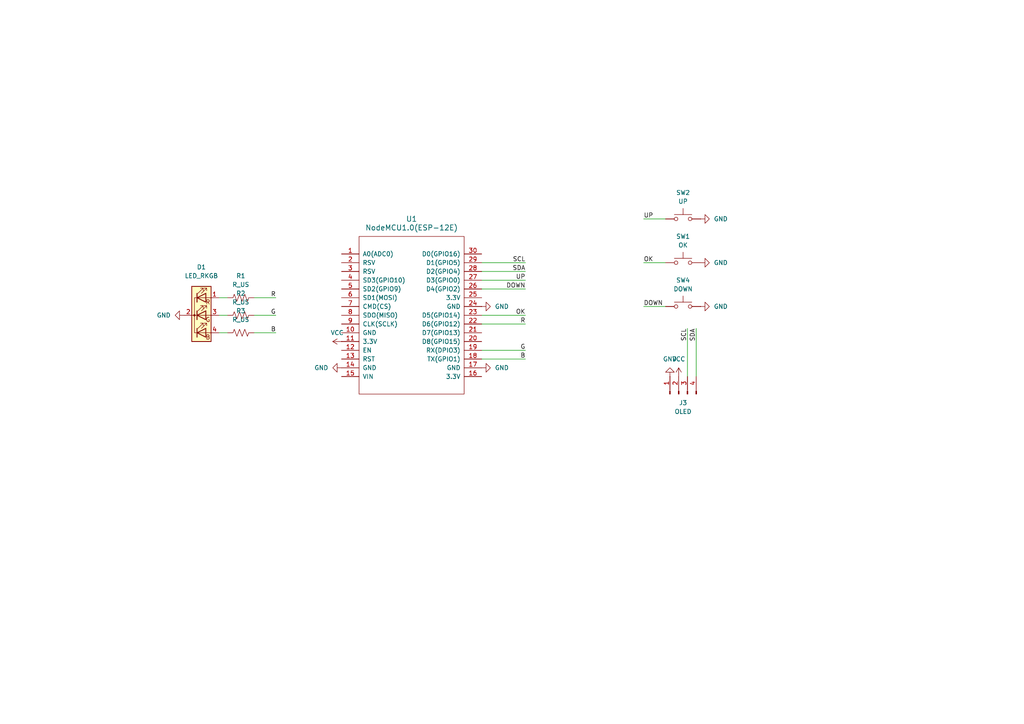
<source format=kicad_sch>
(kicad_sch
	(version 20250114)
	(generator "eeschema")
	(generator_version "9.0")
	(uuid "fd0691ed-0b20-4867-942e-89708d182380")
	(paper "A4")
	(lib_symbols
		(symbol "Connector:Conn_01x04_Pin"
			(pin_names
				(offset 1.016)
				(hide yes)
			)
			(exclude_from_sim no)
			(in_bom yes)
			(on_board yes)
			(property "Reference" "J"
				(at 0 5.08 0)
				(effects
					(font
						(size 1.27 1.27)
					)
				)
			)
			(property "Value" "Conn_01x04_Pin"
				(at 0 -7.62 0)
				(effects
					(font
						(size 1.27 1.27)
					)
				)
			)
			(property "Footprint" ""
				(at 0 0 0)
				(effects
					(font
						(size 1.27 1.27)
					)
					(hide yes)
				)
			)
			(property "Datasheet" "~"
				(at 0 0 0)
				(effects
					(font
						(size 1.27 1.27)
					)
					(hide yes)
				)
			)
			(property "Description" "Generic connector, single row, 01x04, script generated"
				(at 0 0 0)
				(effects
					(font
						(size 1.27 1.27)
					)
					(hide yes)
				)
			)
			(property "ki_locked" ""
				(at 0 0 0)
				(effects
					(font
						(size 1.27 1.27)
					)
				)
			)
			(property "ki_keywords" "connector"
				(at 0 0 0)
				(effects
					(font
						(size 1.27 1.27)
					)
					(hide yes)
				)
			)
			(property "ki_fp_filters" "Connector*:*_1x??_*"
				(at 0 0 0)
				(effects
					(font
						(size 1.27 1.27)
					)
					(hide yes)
				)
			)
			(symbol "Conn_01x04_Pin_1_1"
				(rectangle
					(start 0.8636 2.667)
					(end 0 2.413)
					(stroke
						(width 0.1524)
						(type default)
					)
					(fill
						(type outline)
					)
				)
				(rectangle
					(start 0.8636 0.127)
					(end 0 -0.127)
					(stroke
						(width 0.1524)
						(type default)
					)
					(fill
						(type outline)
					)
				)
				(rectangle
					(start 0.8636 -2.413)
					(end 0 -2.667)
					(stroke
						(width 0.1524)
						(type default)
					)
					(fill
						(type outline)
					)
				)
				(rectangle
					(start 0.8636 -4.953)
					(end 0 -5.207)
					(stroke
						(width 0.1524)
						(type default)
					)
					(fill
						(type outline)
					)
				)
				(polyline
					(pts
						(xy 1.27 2.54) (xy 0.8636 2.54)
					)
					(stroke
						(width 0.1524)
						(type default)
					)
					(fill
						(type none)
					)
				)
				(polyline
					(pts
						(xy 1.27 0) (xy 0.8636 0)
					)
					(stroke
						(width 0.1524)
						(type default)
					)
					(fill
						(type none)
					)
				)
				(polyline
					(pts
						(xy 1.27 -2.54) (xy 0.8636 -2.54)
					)
					(stroke
						(width 0.1524)
						(type default)
					)
					(fill
						(type none)
					)
				)
				(polyline
					(pts
						(xy 1.27 -5.08) (xy 0.8636 -5.08)
					)
					(stroke
						(width 0.1524)
						(type default)
					)
					(fill
						(type none)
					)
				)
				(pin passive line
					(at 5.08 2.54 180)
					(length 3.81)
					(name "Pin_1"
						(effects
							(font
								(size 1.27 1.27)
							)
						)
					)
					(number "1"
						(effects
							(font
								(size 1.27 1.27)
							)
						)
					)
				)
				(pin passive line
					(at 5.08 0 180)
					(length 3.81)
					(name "Pin_2"
						(effects
							(font
								(size 1.27 1.27)
							)
						)
					)
					(number "2"
						(effects
							(font
								(size 1.27 1.27)
							)
						)
					)
				)
				(pin passive line
					(at 5.08 -2.54 180)
					(length 3.81)
					(name "Pin_3"
						(effects
							(font
								(size 1.27 1.27)
							)
						)
					)
					(number "3"
						(effects
							(font
								(size 1.27 1.27)
							)
						)
					)
				)
				(pin passive line
					(at 5.08 -5.08 180)
					(length 3.81)
					(name "Pin_4"
						(effects
							(font
								(size 1.27 1.27)
							)
						)
					)
					(number "4"
						(effects
							(font
								(size 1.27 1.27)
							)
						)
					)
				)
			)
			(embedded_fonts no)
		)
		(symbol "Device:LED_RKGB"
			(pin_names
				(offset 0)
				(hide yes)
			)
			(exclude_from_sim no)
			(in_bom yes)
			(on_board yes)
			(property "Reference" "D"
				(at 0 9.398 0)
				(effects
					(font
						(size 1.27 1.27)
					)
				)
			)
			(property "Value" "LED_RKGB"
				(at 0 -8.89 0)
				(effects
					(font
						(size 1.27 1.27)
					)
				)
			)
			(property "Footprint" ""
				(at 0 -1.27 0)
				(effects
					(font
						(size 1.27 1.27)
					)
					(hide yes)
				)
			)
			(property "Datasheet" "~"
				(at 0 -1.27 0)
				(effects
					(font
						(size 1.27 1.27)
					)
					(hide yes)
				)
			)
			(property "Description" "RGB LED, red/cathode/green/blue"
				(at 0 0 0)
				(effects
					(font
						(size 1.27 1.27)
					)
					(hide yes)
				)
			)
			(property "ki_keywords" "LED RGB diode"
				(at 0 0 0)
				(effects
					(font
						(size 1.27 1.27)
					)
					(hide yes)
				)
			)
			(property "ki_fp_filters" "LED* LED_SMD:* LED_THT:*"
				(at 0 0 0)
				(effects
					(font
						(size 1.27 1.27)
					)
					(hide yes)
				)
			)
			(symbol "LED_RKGB_0_0"
				(text "R"
					(at 1.905 3.81 0)
					(effects
						(font
							(size 1.27 1.27)
						)
					)
				)
				(text "G"
					(at 1.905 -1.27 0)
					(effects
						(font
							(size 1.27 1.27)
						)
					)
				)
				(text "B"
					(at 1.905 -6.35 0)
					(effects
						(font
							(size 1.27 1.27)
						)
					)
				)
			)
			(symbol "LED_RKGB_0_1"
				(circle
					(center -2.032 0)
					(radius 0.254)
					(stroke
						(width 0)
						(type default)
					)
					(fill
						(type outline)
					)
				)
				(polyline
					(pts
						(xy -1.27 6.35) (xy -1.27 3.81)
					)
					(stroke
						(width 0.254)
						(type default)
					)
					(fill
						(type none)
					)
				)
				(polyline
					(pts
						(xy -1.27 6.35) (xy -1.27 3.81) (xy -1.27 3.81)
					)
					(stroke
						(width 0)
						(type default)
					)
					(fill
						(type none)
					)
				)
				(polyline
					(pts
						(xy -1.27 5.08) (xy 1.27 5.08)
					)
					(stroke
						(width 0)
						(type default)
					)
					(fill
						(type none)
					)
				)
				(polyline
					(pts
						(xy -1.27 5.08) (xy -2.032 5.08) (xy -2.032 -5.08) (xy -1.016 -5.08)
					)
					(stroke
						(width 0)
						(type default)
					)
					(fill
						(type none)
					)
				)
				(polyline
					(pts
						(xy -1.27 1.27) (xy -1.27 -1.27)
					)
					(stroke
						(width 0.254)
						(type default)
					)
					(fill
						(type none)
					)
				)
				(polyline
					(pts
						(xy -1.27 1.27) (xy -1.27 -1.27) (xy -1.27 -1.27)
					)
					(stroke
						(width 0)
						(type default)
					)
					(fill
						(type none)
					)
				)
				(polyline
					(pts
						(xy -1.27 0) (xy -2.54 0)
					)
					(stroke
						(width 0)
						(type default)
					)
					(fill
						(type none)
					)
				)
				(polyline
					(pts
						(xy -1.27 -3.81) (xy -1.27 -6.35)
					)
					(stroke
						(width 0.254)
						(type default)
					)
					(fill
						(type none)
					)
				)
				(polyline
					(pts
						(xy -1.27 -5.08) (xy 1.27 -5.08)
					)
					(stroke
						(width 0)
						(type default)
					)
					(fill
						(type none)
					)
				)
				(polyline
					(pts
						(xy -1.016 6.35) (xy 0.508 7.874) (xy -0.254 7.874) (xy 0.508 7.874) (xy 0.508 7.112)
					)
					(stroke
						(width 0)
						(type default)
					)
					(fill
						(type none)
					)
				)
				(polyline
					(pts
						(xy -1.016 1.27) (xy 0.508 2.794) (xy -0.254 2.794) (xy 0.508 2.794) (xy 0.508 2.032)
					)
					(stroke
						(width 0)
						(type default)
					)
					(fill
						(type none)
					)
				)
				(polyline
					(pts
						(xy -1.016 -3.81) (xy 0.508 -2.286) (xy -0.254 -2.286) (xy 0.508 -2.286) (xy 0.508 -3.048)
					)
					(stroke
						(width 0)
						(type default)
					)
					(fill
						(type none)
					)
				)
				(polyline
					(pts
						(xy 0 6.35) (xy 1.524 7.874) (xy 0.762 7.874) (xy 1.524 7.874) (xy 1.524 7.112)
					)
					(stroke
						(width 0)
						(type default)
					)
					(fill
						(type none)
					)
				)
				(polyline
					(pts
						(xy 0 1.27) (xy 1.524 2.794) (xy 0.762 2.794) (xy 1.524 2.794) (xy 1.524 2.032)
					)
					(stroke
						(width 0)
						(type default)
					)
					(fill
						(type none)
					)
				)
				(polyline
					(pts
						(xy 0 -3.81) (xy 1.524 -2.286) (xy 0.762 -2.286) (xy 1.524 -2.286) (xy 1.524 -3.048)
					)
					(stroke
						(width 0)
						(type default)
					)
					(fill
						(type none)
					)
				)
				(polyline
					(pts
						(xy 1.27 6.35) (xy 1.27 3.81) (xy -1.27 5.08) (xy 1.27 6.35)
					)
					(stroke
						(width 0.254)
						(type default)
					)
					(fill
						(type none)
					)
				)
				(rectangle
					(start 1.27 6.35)
					(end 1.27 6.35)
					(stroke
						(width 0)
						(type default)
					)
					(fill
						(type none)
					)
				)
				(polyline
					(pts
						(xy 1.27 5.08) (xy 2.54 5.08)
					)
					(stroke
						(width 0)
						(type default)
					)
					(fill
						(type none)
					)
				)
				(rectangle
					(start 1.27 3.81)
					(end 1.27 6.35)
					(stroke
						(width 0)
						(type default)
					)
					(fill
						(type none)
					)
				)
				(polyline
					(pts
						(xy 1.27 1.27) (xy 1.27 -1.27) (xy -1.27 0) (xy 1.27 1.27)
					)
					(stroke
						(width 0.254)
						(type default)
					)
					(fill
						(type none)
					)
				)
				(rectangle
					(start 1.27 1.27)
					(end 1.27 1.27)
					(stroke
						(width 0)
						(type default)
					)
					(fill
						(type none)
					)
				)
				(polyline
					(pts
						(xy 1.27 0) (xy -1.27 0)
					)
					(stroke
						(width 0)
						(type default)
					)
					(fill
						(type none)
					)
				)
				(polyline
					(pts
						(xy 1.27 0) (xy 2.54 0)
					)
					(stroke
						(width 0)
						(type default)
					)
					(fill
						(type none)
					)
				)
				(rectangle
					(start 1.27 -1.27)
					(end 1.27 1.27)
					(stroke
						(width 0)
						(type default)
					)
					(fill
						(type none)
					)
				)
				(polyline
					(pts
						(xy 1.27 -3.81) (xy 1.27 -6.35) (xy -1.27 -5.08) (xy 1.27 -3.81)
					)
					(stroke
						(width 0.254)
						(type default)
					)
					(fill
						(type none)
					)
				)
				(polyline
					(pts
						(xy 1.27 -5.08) (xy 2.54 -5.08)
					)
					(stroke
						(width 0)
						(type default)
					)
					(fill
						(type none)
					)
				)
				(rectangle
					(start 2.794 8.382)
					(end -2.794 -7.62)
					(stroke
						(width 0.254)
						(type default)
					)
					(fill
						(type background)
					)
				)
			)
			(symbol "LED_RKGB_1_1"
				(pin passive line
					(at -5.08 0 0)
					(length 2.54)
					(name "K"
						(effects
							(font
								(size 1.27 1.27)
							)
						)
					)
					(number "2"
						(effects
							(font
								(size 1.27 1.27)
							)
						)
					)
				)
				(pin passive line
					(at 5.08 5.08 180)
					(length 2.54)
					(name "RA"
						(effects
							(font
								(size 1.27 1.27)
							)
						)
					)
					(number "1"
						(effects
							(font
								(size 1.27 1.27)
							)
						)
					)
				)
				(pin passive line
					(at 5.08 0 180)
					(length 2.54)
					(name "GA"
						(effects
							(font
								(size 1.27 1.27)
							)
						)
					)
					(number "3"
						(effects
							(font
								(size 1.27 1.27)
							)
						)
					)
				)
				(pin passive line
					(at 5.08 -5.08 180)
					(length 2.54)
					(name "BA"
						(effects
							(font
								(size 1.27 1.27)
							)
						)
					)
					(number "4"
						(effects
							(font
								(size 1.27 1.27)
							)
						)
					)
				)
			)
			(embedded_fonts no)
		)
		(symbol "Device:R_US"
			(pin_numbers
				(hide yes)
			)
			(pin_names
				(offset 0)
			)
			(exclude_from_sim no)
			(in_bom yes)
			(on_board yes)
			(property "Reference" "R"
				(at 2.54 0 90)
				(effects
					(font
						(size 1.27 1.27)
					)
				)
			)
			(property "Value" "R_US"
				(at -2.54 0 90)
				(effects
					(font
						(size 1.27 1.27)
					)
				)
			)
			(property "Footprint" ""
				(at 1.016 -0.254 90)
				(effects
					(font
						(size 1.27 1.27)
					)
					(hide yes)
				)
			)
			(property "Datasheet" "~"
				(at 0 0 0)
				(effects
					(font
						(size 1.27 1.27)
					)
					(hide yes)
				)
			)
			(property "Description" "Resistor, US symbol"
				(at 0 0 0)
				(effects
					(font
						(size 1.27 1.27)
					)
					(hide yes)
				)
			)
			(property "ki_keywords" "R res resistor"
				(at 0 0 0)
				(effects
					(font
						(size 1.27 1.27)
					)
					(hide yes)
				)
			)
			(property "ki_fp_filters" "R_*"
				(at 0 0 0)
				(effects
					(font
						(size 1.27 1.27)
					)
					(hide yes)
				)
			)
			(symbol "R_US_0_1"
				(polyline
					(pts
						(xy 0 2.286) (xy 0 2.54)
					)
					(stroke
						(width 0)
						(type default)
					)
					(fill
						(type none)
					)
				)
				(polyline
					(pts
						(xy 0 2.286) (xy 1.016 1.905) (xy 0 1.524) (xy -1.016 1.143) (xy 0 0.762)
					)
					(stroke
						(width 0)
						(type default)
					)
					(fill
						(type none)
					)
				)
				(polyline
					(pts
						(xy 0 0.762) (xy 1.016 0.381) (xy 0 0) (xy -1.016 -0.381) (xy 0 -0.762)
					)
					(stroke
						(width 0)
						(type default)
					)
					(fill
						(type none)
					)
				)
				(polyline
					(pts
						(xy 0 -0.762) (xy 1.016 -1.143) (xy 0 -1.524) (xy -1.016 -1.905) (xy 0 -2.286)
					)
					(stroke
						(width 0)
						(type default)
					)
					(fill
						(type none)
					)
				)
				(polyline
					(pts
						(xy 0 -2.286) (xy 0 -2.54)
					)
					(stroke
						(width 0)
						(type default)
					)
					(fill
						(type none)
					)
				)
			)
			(symbol "R_US_1_1"
				(pin passive line
					(at 0 3.81 270)
					(length 1.27)
					(name "~"
						(effects
							(font
								(size 1.27 1.27)
							)
						)
					)
					(number "1"
						(effects
							(font
								(size 1.27 1.27)
							)
						)
					)
				)
				(pin passive line
					(at 0 -3.81 90)
					(length 1.27)
					(name "~"
						(effects
							(font
								(size 1.27 1.27)
							)
						)
					)
					(number "2"
						(effects
							(font
								(size 1.27 1.27)
							)
						)
					)
				)
			)
			(embedded_fonts no)
		)
		(symbol "ESP8266:NodeMCU1.0(ESP-12E)"
			(pin_names
				(offset 1.016)
			)
			(exclude_from_sim no)
			(in_bom yes)
			(on_board yes)
			(property "Reference" "U"
				(at 0 21.59 0)
				(effects
					(font
						(size 1.524 1.524)
					)
				)
			)
			(property "Value" "NodeMCU1.0(ESP-12E)"
				(at 0 -21.59 0)
				(effects
					(font
						(size 1.524 1.524)
					)
				)
			)
			(property "Footprint" ""
				(at -15.24 -21.59 0)
				(effects
					(font
						(size 1.524 1.524)
					)
				)
			)
			(property "Datasheet" ""
				(at -15.24 -21.59 0)
				(effects
					(font
						(size 1.524 1.524)
					)
				)
			)
			(property "Description" ""
				(at 0 0 0)
				(effects
					(font
						(size 1.27 1.27)
					)
					(hide yes)
				)
			)
			(symbol "NodeMCU1.0(ESP-12E)_0_1"
				(rectangle
					(start -15.24 -22.86)
					(end 15.24 22.86)
					(stroke
						(width 0)
						(type solid)
					)
					(fill
						(type none)
					)
				)
			)
			(symbol "NodeMCU1.0(ESP-12E)_1_1"
				(pin input line
					(at -20.32 17.78 0)
					(length 5.08)
					(name "A0(ADC0)"
						(effects
							(font
								(size 1.27 1.27)
							)
						)
					)
					(number "1"
						(effects
							(font
								(size 1.27 1.27)
							)
						)
					)
				)
				(pin input line
					(at -20.32 15.24 0)
					(length 5.08)
					(name "RSV"
						(effects
							(font
								(size 1.27 1.27)
							)
						)
					)
					(number "2"
						(effects
							(font
								(size 1.27 1.27)
							)
						)
					)
				)
				(pin input line
					(at -20.32 12.7 0)
					(length 5.08)
					(name "RSV"
						(effects
							(font
								(size 1.27 1.27)
							)
						)
					)
					(number "3"
						(effects
							(font
								(size 1.27 1.27)
							)
						)
					)
				)
				(pin input line
					(at -20.32 10.16 0)
					(length 5.08)
					(name "SD3(GPIO10)"
						(effects
							(font
								(size 1.27 1.27)
							)
						)
					)
					(number "4"
						(effects
							(font
								(size 1.27 1.27)
							)
						)
					)
				)
				(pin input line
					(at -20.32 7.62 0)
					(length 5.08)
					(name "SD2(GPIO9)"
						(effects
							(font
								(size 1.27 1.27)
							)
						)
					)
					(number "5"
						(effects
							(font
								(size 1.27 1.27)
							)
						)
					)
				)
				(pin input line
					(at -20.32 5.08 0)
					(length 5.08)
					(name "SD1(MOSI)"
						(effects
							(font
								(size 1.27 1.27)
							)
						)
					)
					(number "6"
						(effects
							(font
								(size 1.27 1.27)
							)
						)
					)
				)
				(pin input line
					(at -20.32 2.54 0)
					(length 5.08)
					(name "CMD(CS)"
						(effects
							(font
								(size 1.27 1.27)
							)
						)
					)
					(number "7"
						(effects
							(font
								(size 1.27 1.27)
							)
						)
					)
				)
				(pin input line
					(at -20.32 0 0)
					(length 5.08)
					(name "SDO(MISO)"
						(effects
							(font
								(size 1.27 1.27)
							)
						)
					)
					(number "8"
						(effects
							(font
								(size 1.27 1.27)
							)
						)
					)
				)
				(pin input line
					(at -20.32 -2.54 0)
					(length 5.08)
					(name "CLK(SCLK)"
						(effects
							(font
								(size 1.27 1.27)
							)
						)
					)
					(number "9"
						(effects
							(font
								(size 1.27 1.27)
							)
						)
					)
				)
				(pin input line
					(at -20.32 -5.08 0)
					(length 5.08)
					(name "GND"
						(effects
							(font
								(size 1.27 1.27)
							)
						)
					)
					(number "10"
						(effects
							(font
								(size 1.27 1.27)
							)
						)
					)
				)
				(pin input line
					(at -20.32 -7.62 0)
					(length 5.08)
					(name "3.3V"
						(effects
							(font
								(size 1.27 1.27)
							)
						)
					)
					(number "11"
						(effects
							(font
								(size 1.27 1.27)
							)
						)
					)
				)
				(pin input line
					(at -20.32 -10.16 0)
					(length 5.08)
					(name "EN"
						(effects
							(font
								(size 1.27 1.27)
							)
						)
					)
					(number "12"
						(effects
							(font
								(size 1.27 1.27)
							)
						)
					)
				)
				(pin input line
					(at -20.32 -12.7 0)
					(length 5.08)
					(name "RST"
						(effects
							(font
								(size 1.27 1.27)
							)
						)
					)
					(number "13"
						(effects
							(font
								(size 1.27 1.27)
							)
						)
					)
				)
				(pin input line
					(at -20.32 -15.24 0)
					(length 5.08)
					(name "GND"
						(effects
							(font
								(size 1.27 1.27)
							)
						)
					)
					(number "14"
						(effects
							(font
								(size 1.27 1.27)
							)
						)
					)
				)
				(pin input line
					(at -20.32 -17.78 0)
					(length 5.08)
					(name "VIN"
						(effects
							(font
								(size 1.27 1.27)
							)
						)
					)
					(number "15"
						(effects
							(font
								(size 1.27 1.27)
							)
						)
					)
				)
				(pin input line
					(at 20.32 17.78 180)
					(length 5.08)
					(name "D0(GPIO16)"
						(effects
							(font
								(size 1.27 1.27)
							)
						)
					)
					(number "30"
						(effects
							(font
								(size 1.27 1.27)
							)
						)
					)
				)
				(pin input line
					(at 20.32 15.24 180)
					(length 5.08)
					(name "D1(GPIO5)"
						(effects
							(font
								(size 1.27 1.27)
							)
						)
					)
					(number "29"
						(effects
							(font
								(size 1.27 1.27)
							)
						)
					)
				)
				(pin input line
					(at 20.32 12.7 180)
					(length 5.08)
					(name "D2(GPIO4)"
						(effects
							(font
								(size 1.27 1.27)
							)
						)
					)
					(number "28"
						(effects
							(font
								(size 1.27 1.27)
							)
						)
					)
				)
				(pin input line
					(at 20.32 10.16 180)
					(length 5.08)
					(name "D3(GPIO0)"
						(effects
							(font
								(size 1.27 1.27)
							)
						)
					)
					(number "27"
						(effects
							(font
								(size 1.27 1.27)
							)
						)
					)
				)
				(pin input line
					(at 20.32 7.62 180)
					(length 5.08)
					(name "D4(GPIO2)"
						(effects
							(font
								(size 1.27 1.27)
							)
						)
					)
					(number "26"
						(effects
							(font
								(size 1.27 1.27)
							)
						)
					)
				)
				(pin input line
					(at 20.32 5.08 180)
					(length 5.08)
					(name "3.3V"
						(effects
							(font
								(size 1.27 1.27)
							)
						)
					)
					(number "25"
						(effects
							(font
								(size 1.27 1.27)
							)
						)
					)
				)
				(pin input line
					(at 20.32 2.54 180)
					(length 5.08)
					(name "GND"
						(effects
							(font
								(size 1.27 1.27)
							)
						)
					)
					(number "24"
						(effects
							(font
								(size 1.27 1.27)
							)
						)
					)
				)
				(pin input line
					(at 20.32 0 180)
					(length 5.08)
					(name "D5(GPIO14)"
						(effects
							(font
								(size 1.27 1.27)
							)
						)
					)
					(number "23"
						(effects
							(font
								(size 1.27 1.27)
							)
						)
					)
				)
				(pin input line
					(at 20.32 -2.54 180)
					(length 5.08)
					(name "D6(GPIO12)"
						(effects
							(font
								(size 1.27 1.27)
							)
						)
					)
					(number "22"
						(effects
							(font
								(size 1.27 1.27)
							)
						)
					)
				)
				(pin input line
					(at 20.32 -5.08 180)
					(length 5.08)
					(name "D7(GPIO13)"
						(effects
							(font
								(size 1.27 1.27)
							)
						)
					)
					(number "21"
						(effects
							(font
								(size 1.27 1.27)
							)
						)
					)
				)
				(pin input line
					(at 20.32 -7.62 180)
					(length 5.08)
					(name "D8(GPIO15)"
						(effects
							(font
								(size 1.27 1.27)
							)
						)
					)
					(number "20"
						(effects
							(font
								(size 1.27 1.27)
							)
						)
					)
				)
				(pin input line
					(at 20.32 -10.16 180)
					(length 5.08)
					(name "RX(DPIO3)"
						(effects
							(font
								(size 1.27 1.27)
							)
						)
					)
					(number "19"
						(effects
							(font
								(size 1.27 1.27)
							)
						)
					)
				)
				(pin input line
					(at 20.32 -12.7 180)
					(length 5.08)
					(name "TX(GPIO1)"
						(effects
							(font
								(size 1.27 1.27)
							)
						)
					)
					(number "18"
						(effects
							(font
								(size 1.27 1.27)
							)
						)
					)
				)
				(pin input line
					(at 20.32 -15.24 180)
					(length 5.08)
					(name "GND"
						(effects
							(font
								(size 1.27 1.27)
							)
						)
					)
					(number "17"
						(effects
							(font
								(size 1.27 1.27)
							)
						)
					)
				)
				(pin input line
					(at 20.32 -17.78 180)
					(length 5.08)
					(name "3.3V"
						(effects
							(font
								(size 1.27 1.27)
							)
						)
					)
					(number "16"
						(effects
							(font
								(size 1.27 1.27)
							)
						)
					)
				)
			)
			(embedded_fonts no)
		)
		(symbol "Switch:SW_Push"
			(pin_numbers
				(hide yes)
			)
			(pin_names
				(offset 1.016)
				(hide yes)
			)
			(exclude_from_sim no)
			(in_bom yes)
			(on_board yes)
			(property "Reference" "SW"
				(at 1.27 2.54 0)
				(effects
					(font
						(size 1.27 1.27)
					)
					(justify left)
				)
			)
			(property "Value" "SW_Push"
				(at 0 -1.524 0)
				(effects
					(font
						(size 1.27 1.27)
					)
				)
			)
			(property "Footprint" ""
				(at 0 5.08 0)
				(effects
					(font
						(size 1.27 1.27)
					)
					(hide yes)
				)
			)
			(property "Datasheet" "~"
				(at 0 5.08 0)
				(effects
					(font
						(size 1.27 1.27)
					)
					(hide yes)
				)
			)
			(property "Description" "Push button switch, generic, two pins"
				(at 0 0 0)
				(effects
					(font
						(size 1.27 1.27)
					)
					(hide yes)
				)
			)
			(property "ki_keywords" "switch normally-open pushbutton push-button"
				(at 0 0 0)
				(effects
					(font
						(size 1.27 1.27)
					)
					(hide yes)
				)
			)
			(symbol "SW_Push_0_1"
				(circle
					(center -2.032 0)
					(radius 0.508)
					(stroke
						(width 0)
						(type default)
					)
					(fill
						(type none)
					)
				)
				(polyline
					(pts
						(xy 0 1.27) (xy 0 3.048)
					)
					(stroke
						(width 0)
						(type default)
					)
					(fill
						(type none)
					)
				)
				(circle
					(center 2.032 0)
					(radius 0.508)
					(stroke
						(width 0)
						(type default)
					)
					(fill
						(type none)
					)
				)
				(polyline
					(pts
						(xy 2.54 1.27) (xy -2.54 1.27)
					)
					(stroke
						(width 0)
						(type default)
					)
					(fill
						(type none)
					)
				)
				(pin passive line
					(at -5.08 0 0)
					(length 2.54)
					(name "1"
						(effects
							(font
								(size 1.27 1.27)
							)
						)
					)
					(number "1"
						(effects
							(font
								(size 1.27 1.27)
							)
						)
					)
				)
				(pin passive line
					(at 5.08 0 180)
					(length 2.54)
					(name "2"
						(effects
							(font
								(size 1.27 1.27)
							)
						)
					)
					(number "2"
						(effects
							(font
								(size 1.27 1.27)
							)
						)
					)
				)
			)
			(embedded_fonts no)
		)
		(symbol "power:GND"
			(power)
			(pin_numbers
				(hide yes)
			)
			(pin_names
				(offset 0)
				(hide yes)
			)
			(exclude_from_sim no)
			(in_bom yes)
			(on_board yes)
			(property "Reference" "#PWR"
				(at 0 -6.35 0)
				(effects
					(font
						(size 1.27 1.27)
					)
					(hide yes)
				)
			)
			(property "Value" "GND"
				(at 0 -3.81 0)
				(effects
					(font
						(size 1.27 1.27)
					)
				)
			)
			(property "Footprint" ""
				(at 0 0 0)
				(effects
					(font
						(size 1.27 1.27)
					)
					(hide yes)
				)
			)
			(property "Datasheet" ""
				(at 0 0 0)
				(effects
					(font
						(size 1.27 1.27)
					)
					(hide yes)
				)
			)
			(property "Description" "Power symbol creates a global label with name \"GND\" , ground"
				(at 0 0 0)
				(effects
					(font
						(size 1.27 1.27)
					)
					(hide yes)
				)
			)
			(property "ki_keywords" "global power"
				(at 0 0 0)
				(effects
					(font
						(size 1.27 1.27)
					)
					(hide yes)
				)
			)
			(symbol "GND_0_1"
				(polyline
					(pts
						(xy 0 0) (xy 0 -1.27) (xy 1.27 -1.27) (xy 0 -2.54) (xy -1.27 -1.27) (xy 0 -1.27)
					)
					(stroke
						(width 0)
						(type default)
					)
					(fill
						(type none)
					)
				)
			)
			(symbol "GND_1_1"
				(pin power_in line
					(at 0 0 270)
					(length 0)
					(name "~"
						(effects
							(font
								(size 1.27 1.27)
							)
						)
					)
					(number "1"
						(effects
							(font
								(size 1.27 1.27)
							)
						)
					)
				)
			)
			(embedded_fonts no)
		)
		(symbol "power:VCC"
			(power)
			(pin_numbers
				(hide yes)
			)
			(pin_names
				(offset 0)
				(hide yes)
			)
			(exclude_from_sim no)
			(in_bom yes)
			(on_board yes)
			(property "Reference" "#PWR"
				(at 0 -3.81 0)
				(effects
					(font
						(size 1.27 1.27)
					)
					(hide yes)
				)
			)
			(property "Value" "VCC"
				(at 0 3.556 0)
				(effects
					(font
						(size 1.27 1.27)
					)
				)
			)
			(property "Footprint" ""
				(at 0 0 0)
				(effects
					(font
						(size 1.27 1.27)
					)
					(hide yes)
				)
			)
			(property "Datasheet" ""
				(at 0 0 0)
				(effects
					(font
						(size 1.27 1.27)
					)
					(hide yes)
				)
			)
			(property "Description" "Power symbol creates a global label with name \"VCC\""
				(at 0 0 0)
				(effects
					(font
						(size 1.27 1.27)
					)
					(hide yes)
				)
			)
			(property "ki_keywords" "global power"
				(at 0 0 0)
				(effects
					(font
						(size 1.27 1.27)
					)
					(hide yes)
				)
			)
			(symbol "VCC_0_1"
				(polyline
					(pts
						(xy -0.762 1.27) (xy 0 2.54)
					)
					(stroke
						(width 0)
						(type default)
					)
					(fill
						(type none)
					)
				)
				(polyline
					(pts
						(xy 0 2.54) (xy 0.762 1.27)
					)
					(stroke
						(width 0)
						(type default)
					)
					(fill
						(type none)
					)
				)
				(polyline
					(pts
						(xy 0 0) (xy 0 2.54)
					)
					(stroke
						(width 0)
						(type default)
					)
					(fill
						(type none)
					)
				)
			)
			(symbol "VCC_1_1"
				(pin power_in line
					(at 0 0 90)
					(length 0)
					(name "~"
						(effects
							(font
								(size 1.27 1.27)
							)
						)
					)
					(number "1"
						(effects
							(font
								(size 1.27 1.27)
							)
						)
					)
				)
			)
			(embedded_fonts no)
		)
	)
	(wire
		(pts
			(xy 139.7 83.82) (xy 152.4 83.82)
		)
		(stroke
			(width 0)
			(type default)
		)
		(uuid "018caebc-cb7c-48d6-b27f-9ebea700f4ba")
	)
	(wire
		(pts
			(xy 139.7 81.28) (xy 152.4 81.28)
		)
		(stroke
			(width 0)
			(type default)
		)
		(uuid "0dbce677-c263-4fd3-a299-568e32d0b5c9")
	)
	(wire
		(pts
			(xy 63.5 91.44) (xy 66.04 91.44)
		)
		(stroke
			(width 0)
			(type default)
		)
		(uuid "12815de2-3c23-40c9-870c-f7f8796818c8")
	)
	(wire
		(pts
			(xy 139.7 78.74) (xy 152.4 78.74)
		)
		(stroke
			(width 0)
			(type default)
		)
		(uuid "1547f280-43c2-4b04-a627-00e84e6aecb0")
	)
	(wire
		(pts
			(xy 139.7 91.44) (xy 152.4 91.44)
		)
		(stroke
			(width 0)
			(type default)
		)
		(uuid "2f290d36-e66a-4200-8ad2-8fa3f985d1ef")
	)
	(wire
		(pts
			(xy 73.66 96.52) (xy 80.01 96.52)
		)
		(stroke
			(width 0)
			(type default)
		)
		(uuid "67a5de5e-b16a-4768-b659-8e9d94a49224")
	)
	(wire
		(pts
			(xy 186.69 88.9) (xy 193.04 88.9)
		)
		(stroke
			(width 0)
			(type default)
		)
		(uuid "78442b7b-a7b0-45b3-9ccc-1a0b54e845ab")
	)
	(wire
		(pts
			(xy 139.7 76.2) (xy 152.4 76.2)
		)
		(stroke
			(width 0)
			(type default)
		)
		(uuid "97ad911c-8f40-44ed-82c9-13b81ddec1f8")
	)
	(wire
		(pts
			(xy 63.5 86.36) (xy 66.04 86.36)
		)
		(stroke
			(width 0)
			(type default)
		)
		(uuid "9ddd4dfb-acf3-4388-8500-9097378151f4")
	)
	(wire
		(pts
			(xy 186.69 63.5) (xy 193.04 63.5)
		)
		(stroke
			(width 0)
			(type default)
		)
		(uuid "a2dd8d8c-f5fc-4981-b0cb-a82a882fccf9")
	)
	(wire
		(pts
			(xy 139.7 101.6) (xy 152.4 101.6)
		)
		(stroke
			(width 0)
			(type default)
		)
		(uuid "a83f4b4b-0a83-4815-be91-03e60e638b95")
	)
	(wire
		(pts
			(xy 186.69 76.2) (xy 193.04 76.2)
		)
		(stroke
			(width 0)
			(type default)
		)
		(uuid "bf986078-7f16-4825-b2d9-1366df7c6f9f")
	)
	(wire
		(pts
			(xy 201.93 95.25) (xy 201.93 109.22)
		)
		(stroke
			(width 0)
			(type default)
		)
		(uuid "c0ea7382-f999-456a-84f0-066cd6628c37")
	)
	(wire
		(pts
			(xy 139.7 93.98) (xy 152.4 93.98)
		)
		(stroke
			(width 0)
			(type default)
		)
		(uuid "c66d0eaa-a324-469e-9c86-b278fcec3d71")
	)
	(wire
		(pts
			(xy 73.66 86.36) (xy 80.01 86.36)
		)
		(stroke
			(width 0)
			(type default)
		)
		(uuid "cc99aea1-41aa-43f9-a8e3-ecddec07e009")
	)
	(wire
		(pts
			(xy 73.66 91.44) (xy 80.01 91.44)
		)
		(stroke
			(width 0)
			(type default)
		)
		(uuid "d03d5b2c-d542-43aa-9013-3502b2d6ae93")
	)
	(wire
		(pts
			(xy 63.5 96.52) (xy 66.04 96.52)
		)
		(stroke
			(width 0)
			(type default)
		)
		(uuid "d4d23492-c962-4052-bb01-eef8aef87ce0")
	)
	(wire
		(pts
			(xy 199.39 95.25) (xy 199.39 109.22)
		)
		(stroke
			(width 0)
			(type default)
		)
		(uuid "e8114a31-9ccf-4c33-8e58-3221e3a1d445")
	)
	(wire
		(pts
			(xy 139.7 104.14) (xy 152.4 104.14)
		)
		(stroke
			(width 0)
			(type default)
		)
		(uuid "e9d14ca9-720a-4791-b884-669107dd7bbc")
	)
	(label "UP"
		(at 152.4 81.28 180)
		(effects
			(font
				(size 1.27 1.27)
			)
			(justify right bottom)
		)
		(uuid "035987b7-8579-4795-bb26-890294995fa1")
	)
	(label "OK"
		(at 152.4 91.44 180)
		(effects
			(font
				(size 1.27 1.27)
			)
			(justify right bottom)
		)
		(uuid "17c77132-7d5a-4b2d-9f75-3c09ae3831fa")
	)
	(label "SCL"
		(at 199.39 95.25 270)
		(effects
			(font
				(size 1.27 1.27)
			)
			(justify right bottom)
		)
		(uuid "24e88c40-a51a-46d8-ac52-c3460788476f")
	)
	(label "G"
		(at 152.4 101.6 180)
		(effects
			(font
				(size 1.27 1.27)
			)
			(justify right bottom)
		)
		(uuid "3773702f-defa-41d6-bf71-7899d87f4fb3")
	)
	(label "UP"
		(at 186.69 63.5 0)
		(effects
			(font
				(size 1.27 1.27)
			)
			(justify left bottom)
		)
		(uuid "44a2c3da-8f91-4931-8623-5449bee57306")
	)
	(label "R"
		(at 80.01 86.36 180)
		(effects
			(font
				(size 1.27 1.27)
			)
			(justify right bottom)
		)
		(uuid "4846f135-e328-4388-a2af-4f10ae240813")
	)
	(label "B"
		(at 80.01 96.52 180)
		(effects
			(font
				(size 1.27 1.27)
			)
			(justify right bottom)
		)
		(uuid "52a62fa0-e5d1-4dce-9009-0f1f529b2aa3")
	)
	(label "SCL"
		(at 152.4 76.2 180)
		(effects
			(font
				(size 1.27 1.27)
			)
			(justify right bottom)
		)
		(uuid "58175949-cfae-4879-8a62-2193e602731b")
	)
	(label "SDA"
		(at 152.4 78.74 180)
		(effects
			(font
				(size 1.27 1.27)
			)
			(justify right bottom)
		)
		(uuid "5bfb24ba-a65e-447a-a1e1-7ce0234e6d0d")
	)
	(label "G"
		(at 80.01 91.44 180)
		(effects
			(font
				(size 1.27 1.27)
			)
			(justify right bottom)
		)
		(uuid "6b293a2f-0120-4ba1-a423-1f9527dd2777")
	)
	(label "DOWN"
		(at 152.4 83.82 180)
		(effects
			(font
				(size 1.27 1.27)
			)
			(justify right bottom)
		)
		(uuid "6c487ab6-97ea-4f1d-8247-683ae95ad62a")
	)
	(label "B"
		(at 152.4 104.14 180)
		(effects
			(font
				(size 1.27 1.27)
			)
			(justify right bottom)
		)
		(uuid "76a7aee1-7d76-402b-9a93-bfea626b43ef")
	)
	(label "R"
		(at 152.4 93.98 180)
		(effects
			(font
				(size 1.27 1.27)
			)
			(justify right bottom)
		)
		(uuid "a30dec74-0984-44e0-9f97-55a82b684021")
	)
	(label "DOWN"
		(at 186.69 88.9 0)
		(effects
			(font
				(size 1.27 1.27)
			)
			(justify left bottom)
		)
		(uuid "bc1bb95b-68fb-4245-8f5f-0a1e3523cdba")
	)
	(label "SDA"
		(at 201.93 95.25 270)
		(effects
			(font
				(size 1.27 1.27)
			)
			(justify right bottom)
		)
		(uuid "e07331f0-21dc-4558-b93c-15d43e14471a")
	)
	(label "OK"
		(at 186.69 76.2 0)
		(effects
			(font
				(size 1.27 1.27)
			)
			(justify left bottom)
		)
		(uuid "f9c6d1b2-d671-41e8-bc6a-e50737f01ce8")
	)
	(symbol
		(lib_id "power:VCC")
		(at 196.85 109.22 0)
		(unit 1)
		(exclude_from_sim no)
		(in_bom yes)
		(on_board yes)
		(dnp no)
		(uuid "1a4801ad-82a1-43db-aa86-5a25154d6504")
		(property "Reference" "#PWR06"
			(at 196.85 113.03 0)
			(effects
				(font
					(size 1.27 1.27)
				)
				(hide yes)
			)
		)
		(property "Value" "VCC"
			(at 196.85 104.14 0)
			(effects
				(font
					(size 1.27 1.27)
				)
			)
		)
		(property "Footprint" ""
			(at 196.85 109.22 0)
			(effects
				(font
					(size 1.27 1.27)
				)
				(hide yes)
			)
		)
		(property "Datasheet" ""
			(at 196.85 109.22 0)
			(effects
				(font
					(size 1.27 1.27)
				)
				(hide yes)
			)
		)
		(property "Description" "Power symbol creates a global label with name \"VCC\""
			(at 196.85 109.22 0)
			(effects
				(font
					(size 1.27 1.27)
				)
				(hide yes)
			)
		)
		(pin "1"
			(uuid "0c38a3e7-ca46-4d3b-b4dc-18d0825eb362")
		)
		(instances
			(project "deauther"
				(path "/fd0691ed-0b20-4867-942e-89708d182380"
					(reference "#PWR06")
					(unit 1)
				)
			)
		)
	)
	(symbol
		(lib_id "power:GND")
		(at 203.2 63.5 90)
		(unit 1)
		(exclude_from_sim no)
		(in_bom yes)
		(on_board yes)
		(dnp no)
		(fields_autoplaced yes)
		(uuid "1c4cf229-1a4c-4f6f-9fda-02f7d04df04d")
		(property "Reference" "#PWR07"
			(at 209.55 63.5 0)
			(effects
				(font
					(size 1.27 1.27)
				)
				(hide yes)
			)
		)
		(property "Value" "GND"
			(at 207.01 63.4999 90)
			(effects
				(font
					(size 1.27 1.27)
				)
				(justify right)
			)
		)
		(property "Footprint" ""
			(at 203.2 63.5 0)
			(effects
				(font
					(size 1.27 1.27)
				)
				(hide yes)
			)
		)
		(property "Datasheet" ""
			(at 203.2 63.5 0)
			(effects
				(font
					(size 1.27 1.27)
				)
				(hide yes)
			)
		)
		(property "Description" "Power symbol creates a global label with name \"GND\" , ground"
			(at 203.2 63.5 0)
			(effects
				(font
					(size 1.27 1.27)
				)
				(hide yes)
			)
		)
		(pin "1"
			(uuid "a54930df-fd1c-44c8-990d-6310480b19fa")
		)
		(instances
			(project "deauther"
				(path "/fd0691ed-0b20-4867-942e-89708d182380"
					(reference "#PWR07")
					(unit 1)
				)
			)
		)
	)
	(symbol
		(lib_id "Device:R_US")
		(at 69.85 96.52 90)
		(unit 1)
		(exclude_from_sim no)
		(in_bom yes)
		(on_board yes)
		(dnp no)
		(fields_autoplaced yes)
		(uuid "392c2285-470b-48a8-a433-ead85011546e")
		(property "Reference" "R3"
			(at 69.85 90.17 90)
			(effects
				(font
					(size 1.27 1.27)
				)
			)
		)
		(property "Value" "R_US"
			(at 69.85 92.71 90)
			(effects
				(font
					(size 1.27 1.27)
				)
			)
		)
		(property "Footprint" "0Planck_20250924:R_Axial_DIN0207_L6.3mm_D2.5mm_P10.16mm_Horizontal"
			(at 70.104 95.504 90)
			(effects
				(font
					(size 1.27 1.27)
				)
				(hide yes)
			)
		)
		(property "Datasheet" "~"
			(at 69.85 96.52 0)
			(effects
				(font
					(size 1.27 1.27)
				)
				(hide yes)
			)
		)
		(property "Description" "Resistor, US symbol"
			(at 69.85 96.52 0)
			(effects
				(font
					(size 1.27 1.27)
				)
				(hide yes)
			)
		)
		(pin "1"
			(uuid "4ae3711d-e85a-415b-96ff-f3ab64a1d91e")
		)
		(pin "2"
			(uuid "d1a98d20-0b88-4b0e-82a9-3a003eeb8287")
		)
		(instances
			(project "deauther"
				(path "/fd0691ed-0b20-4867-942e-89708d182380"
					(reference "R3")
					(unit 1)
				)
			)
		)
	)
	(symbol
		(lib_id "power:VCC")
		(at 99.06 99.06 90)
		(unit 1)
		(exclude_from_sim no)
		(in_bom yes)
		(on_board yes)
		(dnp no)
		(fields_autoplaced yes)
		(uuid "41837be3-11f4-423f-b4b3-889e09f617d9")
		(property "Reference" "#PWR04"
			(at 102.87 99.06 0)
			(effects
				(font
					(size 1.27 1.27)
				)
				(hide yes)
			)
		)
		(property "Value" "VCC"
			(at 97.79 96.52 90)
			(effects
				(font
					(size 1.27 1.27)
				)
			)
		)
		(property "Footprint" ""
			(at 99.06 99.06 0)
			(effects
				(font
					(size 1.27 1.27)
				)
				(hide yes)
			)
		)
		(property "Datasheet" ""
			(at 99.06 99.06 0)
			(effects
				(font
					(size 1.27 1.27)
				)
				(hide yes)
			)
		)
		(property "Description" "Power symbol creates a global label with name \"VCC\""
			(at 99.06 99.06 0)
			(effects
				(font
					(size 1.27 1.27)
				)
				(hide yes)
			)
		)
		(pin "1"
			(uuid "8d34805e-c5c0-4f00-8b74-45a9eee8d207")
		)
		(instances
			(project "deauther"
				(path "/fd0691ed-0b20-4867-942e-89708d182380"
					(reference "#PWR04")
					(unit 1)
				)
			)
		)
	)
	(symbol
		(lib_id "Device:R_US")
		(at 69.85 86.36 90)
		(unit 1)
		(exclude_from_sim no)
		(in_bom yes)
		(on_board yes)
		(dnp no)
		(fields_autoplaced yes)
		(uuid "4bd07265-fd30-4d4c-9202-9fe680619de5")
		(property "Reference" "R1"
			(at 69.85 80.01 90)
			(effects
				(font
					(size 1.27 1.27)
				)
			)
		)
		(property "Value" "R_US"
			(at 69.85 82.55 90)
			(effects
				(font
					(size 1.27 1.27)
				)
			)
		)
		(property "Footprint" "0Planck_20250924:R_Axial_DIN0207_L6.3mm_D2.5mm_P10.16mm_Horizontal"
			(at 70.104 85.344 90)
			(effects
				(font
					(size 1.27 1.27)
				)
				(hide yes)
			)
		)
		(property "Datasheet" "~"
			(at 69.85 86.36 0)
			(effects
				(font
					(size 1.27 1.27)
				)
				(hide yes)
			)
		)
		(property "Description" "Resistor, US symbol"
			(at 69.85 86.36 0)
			(effects
				(font
					(size 1.27 1.27)
				)
				(hide yes)
			)
		)
		(pin "1"
			(uuid "79db9682-c388-4670-a815-75aafec45666")
		)
		(pin "2"
			(uuid "344e37f8-3fe6-4ff6-a8ff-1d55979ba8be")
		)
		(instances
			(project ""
				(path "/fd0691ed-0b20-4867-942e-89708d182380"
					(reference "R1")
					(unit 1)
				)
			)
		)
	)
	(symbol
		(lib_id "Device:LED_RKGB")
		(at 58.42 91.44 0)
		(unit 1)
		(exclude_from_sim no)
		(in_bom yes)
		(on_board yes)
		(dnp no)
		(fields_autoplaced yes)
		(uuid "5058c1ca-dbb9-4a11-85ba-b6b7f187742f")
		(property "Reference" "D1"
			(at 58.42 77.47 0)
			(effects
				(font
					(size 1.27 1.27)
				)
			)
		)
		(property "Value" "LED_RKGB"
			(at 58.42 80.01 0)
			(effects
				(font
					(size 1.27 1.27)
				)
			)
		)
		(property "Footprint" "LED_THT:LED_D5.0mm-4_RGB_Wide_Pins"
			(at 58.42 92.71 0)
			(effects
				(font
					(size 1.27 1.27)
				)
				(hide yes)
			)
		)
		(property "Datasheet" "~"
			(at 58.42 92.71 0)
			(effects
				(font
					(size 1.27 1.27)
				)
				(hide yes)
			)
		)
		(property "Description" "RGB LED, red/cathode/green/blue"
			(at 58.42 91.44 0)
			(effects
				(font
					(size 1.27 1.27)
				)
				(hide yes)
			)
		)
		(pin "1"
			(uuid "12744304-97b6-423a-bc7b-e89d11caaa05")
		)
		(pin "3"
			(uuid "da305547-2163-485c-aea4-4350b69ecd03")
		)
		(pin "4"
			(uuid "f205c629-427f-4c66-9fee-ec4c53047e6c")
		)
		(pin "2"
			(uuid "6d834cbd-ba03-4be7-b93e-b38dc65a9739")
		)
		(instances
			(project ""
				(path "/fd0691ed-0b20-4867-942e-89708d182380"
					(reference "D1")
					(unit 1)
				)
			)
		)
	)
	(symbol
		(lib_id "Switch:SW_Push")
		(at 198.12 63.5 0)
		(unit 1)
		(exclude_from_sim no)
		(in_bom yes)
		(on_board yes)
		(dnp no)
		(fields_autoplaced yes)
		(uuid "8f3a9dbf-8621-4330-937d-0544999584b0")
		(property "Reference" "SW2"
			(at 198.12 55.88 0)
			(effects
				(font
					(size 1.27 1.27)
				)
			)
		)
		(property "Value" "UP"
			(at 198.12 58.42 0)
			(effects
				(font
					(size 1.27 1.27)
				)
			)
		)
		(property "Footprint" "0Planck_20250924:SW_PUSH_6mm_H9.5mm"
			(at 198.12 58.42 0)
			(effects
				(font
					(size 1.27 1.27)
				)
				(hide yes)
			)
		)
		(property "Datasheet" "~"
			(at 198.12 58.42 0)
			(effects
				(font
					(size 1.27 1.27)
				)
				(hide yes)
			)
		)
		(property "Description" ""
			(at 198.12 63.5 0)
			(effects
				(font
					(size 1.27 1.27)
				)
			)
		)
		(pin "1"
			(uuid "33f9039e-5d15-4579-8d31-caa486c287e3")
		)
		(pin "2"
			(uuid "9cb3d061-82b6-4e98-b059-6aae86021a82")
		)
		(instances
			(project "deauther"
				(path "/fd0691ed-0b20-4867-942e-89708d182380"
					(reference "SW2")
					(unit 1)
				)
			)
		)
	)
	(symbol
		(lib_id "power:GND")
		(at 203.2 76.2 90)
		(unit 1)
		(exclude_from_sim no)
		(in_bom yes)
		(on_board yes)
		(dnp no)
		(fields_autoplaced yes)
		(uuid "92b69a26-962e-46d7-bbf7-a218ea6d8725")
		(property "Reference" "#PWR08"
			(at 209.55 76.2 0)
			(effects
				(font
					(size 1.27 1.27)
				)
				(hide yes)
			)
		)
		(property "Value" "GND"
			(at 207.01 76.1999 90)
			(effects
				(font
					(size 1.27 1.27)
				)
				(justify right)
			)
		)
		(property "Footprint" ""
			(at 203.2 76.2 0)
			(effects
				(font
					(size 1.27 1.27)
				)
				(hide yes)
			)
		)
		(property "Datasheet" ""
			(at 203.2 76.2 0)
			(effects
				(font
					(size 1.27 1.27)
				)
				(hide yes)
			)
		)
		(property "Description" "Power symbol creates a global label with name \"GND\" , ground"
			(at 203.2 76.2 0)
			(effects
				(font
					(size 1.27 1.27)
				)
				(hide yes)
			)
		)
		(pin "1"
			(uuid "b2f71238-a501-4025-b651-aa9bbef42af5")
		)
		(instances
			(project "deauther"
				(path "/fd0691ed-0b20-4867-942e-89708d182380"
					(reference "#PWR08")
					(unit 1)
				)
			)
		)
	)
	(symbol
		(lib_id "power:GND")
		(at 139.7 88.9 90)
		(unit 1)
		(exclude_from_sim no)
		(in_bom yes)
		(on_board yes)
		(dnp no)
		(fields_autoplaced yes)
		(uuid "97cb615b-c0f1-491e-aff4-ca2827160ffa")
		(property "Reference" "#PWR03"
			(at 146.05 88.9 0)
			(effects
				(font
					(size 1.27 1.27)
				)
				(hide yes)
			)
		)
		(property "Value" "GND"
			(at 143.51 88.8999 90)
			(effects
				(font
					(size 1.27 1.27)
				)
				(justify right)
			)
		)
		(property "Footprint" ""
			(at 139.7 88.9 0)
			(effects
				(font
					(size 1.27 1.27)
				)
				(hide yes)
			)
		)
		(property "Datasheet" ""
			(at 139.7 88.9 0)
			(effects
				(font
					(size 1.27 1.27)
				)
				(hide yes)
			)
		)
		(property "Description" "Power symbol creates a global label with name \"GND\" , ground"
			(at 139.7 88.9 0)
			(effects
				(font
					(size 1.27 1.27)
				)
				(hide yes)
			)
		)
		(pin "1"
			(uuid "2b16d643-2aa2-40f7-b56d-c25084fbbfe9")
		)
		(instances
			(project "deauther"
				(path "/fd0691ed-0b20-4867-942e-89708d182380"
					(reference "#PWR03")
					(unit 1)
				)
			)
		)
	)
	(symbol
		(lib_id "power:GND")
		(at 99.06 106.68 270)
		(unit 1)
		(exclude_from_sim no)
		(in_bom yes)
		(on_board yes)
		(dnp no)
		(fields_autoplaced yes)
		(uuid "a1c28bf5-4f88-4589-b345-672456839b3b")
		(property "Reference" "#PWR02"
			(at 92.71 106.68 0)
			(effects
				(font
					(size 1.27 1.27)
				)
				(hide yes)
			)
		)
		(property "Value" "GND"
			(at 95.25 106.6799 90)
			(effects
				(font
					(size 1.27 1.27)
				)
				(justify right)
			)
		)
		(property "Footprint" ""
			(at 99.06 106.68 0)
			(effects
				(font
					(size 1.27 1.27)
				)
				(hide yes)
			)
		)
		(property "Datasheet" ""
			(at 99.06 106.68 0)
			(effects
				(font
					(size 1.27 1.27)
				)
				(hide yes)
			)
		)
		(property "Description" "Power symbol creates a global label with name \"GND\" , ground"
			(at 99.06 106.68 0)
			(effects
				(font
					(size 1.27 1.27)
				)
				(hide yes)
			)
		)
		(pin "1"
			(uuid "2df7b498-085a-45f7-9515-a46dd9ac9ef0")
		)
		(instances
			(project "deauther"
				(path "/fd0691ed-0b20-4867-942e-89708d182380"
					(reference "#PWR02")
					(unit 1)
				)
			)
		)
	)
	(symbol
		(lib_id "Device:R_US")
		(at 69.85 91.44 90)
		(unit 1)
		(exclude_from_sim no)
		(in_bom yes)
		(on_board yes)
		(dnp no)
		(fields_autoplaced yes)
		(uuid "bd7731b9-e567-41fb-895e-deeb39d6fed3")
		(property "Reference" "R2"
			(at 69.85 85.09 90)
			(effects
				(font
					(size 1.27 1.27)
				)
			)
		)
		(property "Value" "R_US"
			(at 69.85 87.63 90)
			(effects
				(font
					(size 1.27 1.27)
				)
			)
		)
		(property "Footprint" "0Planck_20250924:R_Axial_DIN0207_L6.3mm_D2.5mm_P10.16mm_Horizontal"
			(at 70.104 90.424 90)
			(effects
				(font
					(size 1.27 1.27)
				)
				(hide yes)
			)
		)
		(property "Datasheet" "~"
			(at 69.85 91.44 0)
			(effects
				(font
					(size 1.27 1.27)
				)
				(hide yes)
			)
		)
		(property "Description" "Resistor, US symbol"
			(at 69.85 91.44 0)
			(effects
				(font
					(size 1.27 1.27)
				)
				(hide yes)
			)
		)
		(pin "1"
			(uuid "1aa94cc8-04a2-4393-9356-200646392abf")
		)
		(pin "2"
			(uuid "48942cca-a5f0-441d-b23d-1495c507c606")
		)
		(instances
			(project "deauther"
				(path "/fd0691ed-0b20-4867-942e-89708d182380"
					(reference "R2")
					(unit 1)
				)
			)
		)
	)
	(symbol
		(lib_id "ESP8266:NodeMCU1.0(ESP-12E)")
		(at 119.38 91.44 0)
		(unit 1)
		(exclude_from_sim no)
		(in_bom yes)
		(on_board yes)
		(dnp no)
		(uuid "d2a26761-8518-48dc-9c8a-685a86a3df84")
		(property "Reference" "U1"
			(at 119.38 63.5 0)
			(effects
				(font
					(size 1.524 1.524)
				)
			)
		)
		(property "Value" "NodeMCU1.0(ESP-12E)"
			(at 119.38 66.04 0)
			(effects
				(font
					(size 1.524 1.524)
				)
			)
		)
		(property "Footprint" "ESP8266:NodeMCU-LoLinV3"
			(at 119.634 112.522 0)
			(effects
				(font
					(size 1.524 1.524)
				)
				(hide yes)
			)
		)
		(property "Datasheet" ""
			(at 104.14 113.03 0)
			(effects
				(font
					(size 1.524 1.524)
				)
			)
		)
		(property "Description" ""
			(at 119.38 91.44 0)
			(effects
				(font
					(size 1.27 1.27)
				)
				(hide yes)
			)
		)
		(pin "14"
			(uuid "3804962e-10a0-4b84-86a5-45ce03702e98")
		)
		(pin "7"
			(uuid "fc636233-74ef-4e2d-9de8-cfbf83ecce65")
		)
		(pin "2"
			(uuid "f8ec6b21-5402-4369-9f71-66e2b6ef50cd")
		)
		(pin "9"
			(uuid "6bbcbfc5-7f26-48d3-a3ba-d8708b45e848")
		)
		(pin "25"
			(uuid "1a9e4951-8131-4e10-98c4-aa7b58c457ba")
		)
		(pin "22"
			(uuid "1adda1bd-ca84-45d2-bec8-df447a915d46")
		)
		(pin "3"
			(uuid "7783be2c-1144-4f1a-ac51-6b2bf24de532")
		)
		(pin "6"
			(uuid "84bbb97e-6e77-455a-a3a8-586c6c8262a9")
		)
		(pin "12"
			(uuid "94951bfc-5728-48cc-9d72-53380e364e60")
		)
		(pin "13"
			(uuid "8db94891-306c-46e9-a5be-2fc7405c7dce")
		)
		(pin "5"
			(uuid "4419a17a-ba47-4ffa-b82e-286867d64d3f")
		)
		(pin "8"
			(uuid "cadc1ac4-c3ee-4319-9d71-096d994a7113")
		)
		(pin "1"
			(uuid "f53c447d-2ae6-451c-b92f-ddea09b5813d")
		)
		(pin "4"
			(uuid "a4bc4808-cc06-43a1-9ea6-ac8de2368d96")
		)
		(pin "10"
			(uuid "8cf42f09-90f8-4017-91ae-1d25861d784b")
		)
		(pin "11"
			(uuid "b464b1b5-44b1-4e89-a94c-0bbabf0b70ff")
		)
		(pin "15"
			(uuid "48e7c9e8-31e7-4403-af4f-4c34c68946b9")
		)
		(pin "30"
			(uuid "391dcdde-ee44-449f-b300-b4866bcb1810")
		)
		(pin "29"
			(uuid "d71fdff1-65a7-485f-b693-cd1ab8dd80f0")
		)
		(pin "28"
			(uuid "eb8e3b3c-7c8a-4148-8f29-a411af41887d")
		)
		(pin "27"
			(uuid "8a9f309d-b69f-4f8c-9e67-e19f732026d1")
		)
		(pin "26"
			(uuid "4deddfd8-c515-43f3-b546-61043ee07d38")
		)
		(pin "24"
			(uuid "7a5d6aa6-d2de-4c4c-a099-57c7c9b3d043")
		)
		(pin "23"
			(uuid "aca3bdef-549b-4398-8fac-88f2839c7f79")
		)
		(pin "19"
			(uuid "adb6a9cd-6f35-4039-9eda-f6e92737f12b")
		)
		(pin "21"
			(uuid "c968724f-71f4-4947-b628-361a1e9922b5")
		)
		(pin "16"
			(uuid "e5c1c035-9a30-4e86-9ffb-d86757a44567")
		)
		(pin "20"
			(uuid "2d26b239-258b-4c50-88ef-cb3ca86739b6")
		)
		(pin "18"
			(uuid "bf6c7a4a-fc7a-4a23-99fc-245704b0bfc1")
		)
		(pin "17"
			(uuid "7cdd6bf2-281c-4f2f-9ab0-dd9dc95df2b2")
		)
		(instances
			(project ""
				(path "/fd0691ed-0b20-4867-942e-89708d182380"
					(reference "U1")
					(unit 1)
				)
			)
		)
	)
	(symbol
		(lib_id "power:GND")
		(at 203.2 88.9 90)
		(unit 1)
		(exclude_from_sim no)
		(in_bom yes)
		(on_board yes)
		(dnp no)
		(fields_autoplaced yes)
		(uuid "d44669b8-17ed-48b2-9288-b22b0966325e")
		(property "Reference" "#PWR09"
			(at 209.55 88.9 0)
			(effects
				(font
					(size 1.27 1.27)
				)
				(hide yes)
			)
		)
		(property "Value" "GND"
			(at 207.01 88.8999 90)
			(effects
				(font
					(size 1.27 1.27)
				)
				(justify right)
			)
		)
		(property "Footprint" ""
			(at 203.2 88.9 0)
			(effects
				(font
					(size 1.27 1.27)
				)
				(hide yes)
			)
		)
		(property "Datasheet" ""
			(at 203.2 88.9 0)
			(effects
				(font
					(size 1.27 1.27)
				)
				(hide yes)
			)
		)
		(property "Description" "Power symbol creates a global label with name \"GND\" , ground"
			(at 203.2 88.9 0)
			(effects
				(font
					(size 1.27 1.27)
				)
				(hide yes)
			)
		)
		(pin "1"
			(uuid "3e852204-81c1-491c-aefd-48a5eb056af8")
		)
		(instances
			(project "deauther"
				(path "/fd0691ed-0b20-4867-942e-89708d182380"
					(reference "#PWR09")
					(unit 1)
				)
			)
		)
	)
	(symbol
		(lib_id "Switch:SW_Push")
		(at 198.12 88.9 0)
		(unit 1)
		(exclude_from_sim no)
		(in_bom yes)
		(on_board yes)
		(dnp no)
		(fields_autoplaced yes)
		(uuid "dfdcc58f-674b-462b-a912-684494b9a0f5")
		(property "Reference" "SW4"
			(at 198.12 81.28 0)
			(effects
				(font
					(size 1.27 1.27)
				)
			)
		)
		(property "Value" "DOWN"
			(at 198.12 83.82 0)
			(effects
				(font
					(size 1.27 1.27)
				)
			)
		)
		(property "Footprint" "0Planck_20250924:SW_PUSH_6mm_H9.5mm"
			(at 198.12 83.82 0)
			(effects
				(font
					(size 1.27 1.27)
				)
				(hide yes)
			)
		)
		(property "Datasheet" "~"
			(at 198.12 83.82 0)
			(effects
				(font
					(size 1.27 1.27)
				)
				(hide yes)
			)
		)
		(property "Description" ""
			(at 198.12 88.9 0)
			(effects
				(font
					(size 1.27 1.27)
				)
			)
		)
		(pin "1"
			(uuid "33c69add-2080-454b-b47d-443edf18e3be")
		)
		(pin "2"
			(uuid "8935bb24-4a3e-4588-bd58-ab186596d9f8")
		)
		(instances
			(project "deauther"
				(path "/fd0691ed-0b20-4867-942e-89708d182380"
					(reference "SW4")
					(unit 1)
				)
			)
		)
	)
	(symbol
		(lib_id "power:GND")
		(at 194.31 109.22 180)
		(unit 1)
		(exclude_from_sim no)
		(in_bom yes)
		(on_board yes)
		(dnp no)
		(fields_autoplaced yes)
		(uuid "e47f28f3-f361-4635-b76c-1e582f71d242")
		(property "Reference" "#PWR05"
			(at 194.31 102.87 0)
			(effects
				(font
					(size 1.27 1.27)
				)
				(hide yes)
			)
		)
		(property "Value" "GND"
			(at 194.31 104.14 0)
			(effects
				(font
					(size 1.27 1.27)
				)
			)
		)
		(property "Footprint" ""
			(at 194.31 109.22 0)
			(effects
				(font
					(size 1.27 1.27)
				)
				(hide yes)
			)
		)
		(property "Datasheet" ""
			(at 194.31 109.22 0)
			(effects
				(font
					(size 1.27 1.27)
				)
				(hide yes)
			)
		)
		(property "Description" "Power symbol creates a global label with name \"GND\" , ground"
			(at 194.31 109.22 0)
			(effects
				(font
					(size 1.27 1.27)
				)
				(hide yes)
			)
		)
		(pin "1"
			(uuid "3d3796a5-5c96-4be9-84e5-7c7da56d92aa")
		)
		(instances
			(project "deauther"
				(path "/fd0691ed-0b20-4867-942e-89708d182380"
					(reference "#PWR05")
					(unit 1)
				)
			)
		)
	)
	(symbol
		(lib_id "Connector:Conn_01x04_Pin")
		(at 196.85 114.3 90)
		(unit 1)
		(exclude_from_sim no)
		(in_bom yes)
		(on_board yes)
		(dnp no)
		(fields_autoplaced yes)
		(uuid "e5e97e51-6eeb-4a20-a2d2-d1a861497dff")
		(property "Reference" "J3"
			(at 198.12 116.84 90)
			(effects
				(font
					(size 1.27 1.27)
				)
			)
		)
		(property "Value" "OLED"
			(at 198.12 119.38 90)
			(effects
				(font
					(size 1.27 1.27)
				)
			)
		)
		(property "Footprint" "0Planck_20250924:128x64OLED"
			(at 196.85 114.3 0)
			(effects
				(font
					(size 1.27 1.27)
				)
				(hide yes)
			)
		)
		(property "Datasheet" "~"
			(at 196.85 114.3 0)
			(effects
				(font
					(size 1.27 1.27)
				)
				(hide yes)
			)
		)
		(property "Description" ""
			(at 196.85 114.3 0)
			(effects
				(font
					(size 1.27 1.27)
				)
			)
		)
		(pin "1"
			(uuid "0f63da44-8002-44c1-9284-b17a19a390e7")
		)
		(pin "2"
			(uuid "4c036114-d3ee-4bbf-8d19-34482cd87ea4")
		)
		(pin "3"
			(uuid "c7ef1540-3a36-436c-8e24-7e985445fb8e")
		)
		(pin "4"
			(uuid "890059a7-ff3b-451a-aab3-f8267b8d71da")
		)
		(instances
			(project "deauther"
				(path "/fd0691ed-0b20-4867-942e-89708d182380"
					(reference "J3")
					(unit 1)
				)
			)
		)
	)
	(symbol
		(lib_id "power:GND")
		(at 53.34 91.44 270)
		(unit 1)
		(exclude_from_sim no)
		(in_bom yes)
		(on_board yes)
		(dnp no)
		(fields_autoplaced yes)
		(uuid "ea291025-4942-4996-8721-45edb006774c")
		(property "Reference" "#PWR010"
			(at 46.99 91.44 0)
			(effects
				(font
					(size 1.27 1.27)
				)
				(hide yes)
			)
		)
		(property "Value" "GND"
			(at 49.53 91.4399 90)
			(effects
				(font
					(size 1.27 1.27)
				)
				(justify right)
			)
		)
		(property "Footprint" ""
			(at 53.34 91.44 0)
			(effects
				(font
					(size 1.27 1.27)
				)
				(hide yes)
			)
		)
		(property "Datasheet" ""
			(at 53.34 91.44 0)
			(effects
				(font
					(size 1.27 1.27)
				)
				(hide yes)
			)
		)
		(property "Description" "Power symbol creates a global label with name \"GND\" , ground"
			(at 53.34 91.44 0)
			(effects
				(font
					(size 1.27 1.27)
				)
				(hide yes)
			)
		)
		(pin "1"
			(uuid "837f503e-71a8-4d49-a117-77bebbd32fa3")
		)
		(instances
			(project "deauther"
				(path "/fd0691ed-0b20-4867-942e-89708d182380"
					(reference "#PWR010")
					(unit 1)
				)
			)
		)
	)
	(symbol
		(lib_id "power:GND")
		(at 139.7 106.68 90)
		(unit 1)
		(exclude_from_sim no)
		(in_bom yes)
		(on_board yes)
		(dnp no)
		(fields_autoplaced yes)
		(uuid "ef2f3bb5-e5c0-45dc-b8e6-24779f2e2c3c")
		(property "Reference" "#PWR01"
			(at 146.05 106.68 0)
			(effects
				(font
					(size 1.27 1.27)
				)
				(hide yes)
			)
		)
		(property "Value" "GND"
			(at 143.51 106.6799 90)
			(effects
				(font
					(size 1.27 1.27)
				)
				(justify right)
			)
		)
		(property "Footprint" ""
			(at 139.7 106.68 0)
			(effects
				(font
					(size 1.27 1.27)
				)
				(hide yes)
			)
		)
		(property "Datasheet" ""
			(at 139.7 106.68 0)
			(effects
				(font
					(size 1.27 1.27)
				)
				(hide yes)
			)
		)
		(property "Description" "Power symbol creates a global label with name \"GND\" , ground"
			(at 139.7 106.68 0)
			(effects
				(font
					(size 1.27 1.27)
				)
				(hide yes)
			)
		)
		(pin "1"
			(uuid "cf0e3a38-b6bf-496b-9e74-0cdc5639f738")
		)
		(instances
			(project ""
				(path "/fd0691ed-0b20-4867-942e-89708d182380"
					(reference "#PWR01")
					(unit 1)
				)
			)
		)
	)
	(symbol
		(lib_id "Switch:SW_Push")
		(at 198.12 76.2 0)
		(unit 1)
		(exclude_from_sim no)
		(in_bom yes)
		(on_board yes)
		(dnp no)
		(fields_autoplaced yes)
		(uuid "fb3cd38d-17a3-40f4-a23b-63b4468e5301")
		(property "Reference" "SW1"
			(at 198.12 68.58 0)
			(effects
				(font
					(size 1.27 1.27)
				)
			)
		)
		(property "Value" "OK"
			(at 198.12 71.12 0)
			(effects
				(font
					(size 1.27 1.27)
				)
			)
		)
		(property "Footprint" "0Planck_20250924:SW_PUSH_6mm_H9.5mm"
			(at 198.12 71.12 0)
			(effects
				(font
					(size 1.27 1.27)
				)
				(hide yes)
			)
		)
		(property "Datasheet" "~"
			(at 198.12 71.12 0)
			(effects
				(font
					(size 1.27 1.27)
				)
				(hide yes)
			)
		)
		(property "Description" ""
			(at 198.12 76.2 0)
			(effects
				(font
					(size 1.27 1.27)
				)
			)
		)
		(pin "1"
			(uuid "8b677f25-e016-4a97-9206-ce1fb965636c")
		)
		(pin "2"
			(uuid "d3949f00-98cb-4726-b93a-ce8253185044")
		)
		(instances
			(project "deauther"
				(path "/fd0691ed-0b20-4867-942e-89708d182380"
					(reference "SW1")
					(unit 1)
				)
			)
		)
	)
	(sheet_instances
		(path "/"
			(page "1")
		)
	)
	(embedded_fonts no)
)

</source>
